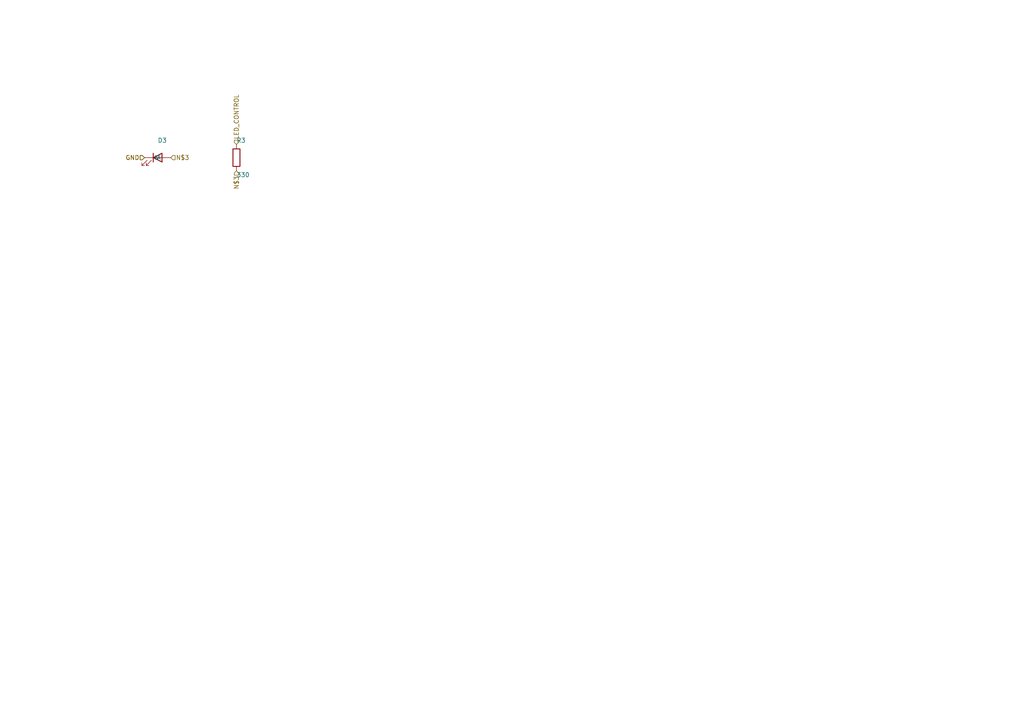
<source format=kicad_sch>
(kicad_sch (version 20250114) (generator "circuit_synth") (generator_version "9.0")
  (paper "A4")
  (lib_symbols
    (symbol "Device:LED" (pin_numbers hide) (pin_names (offset 0.254))
      (property "Reference" "D" (at 0 0 0))
      (property "Value" "LED" (at 0 -2.54 0))
      (symbol "LED_0_1"
        (polyline (pts (xy -3.048 -0.762) (xy -4.572 -2.286) (xy -3.81 -2.286) (xy -4.572 -2.286) (xy -4.572 -1.524)) (stroke (width 0.0)))
        (polyline (pts (xy -1.778 -0.762) (xy -3.302 -2.286) (xy -2.54 -2.286) (xy -3.302 -2.286) (xy -3.302 -1.524)) (stroke (width 0.0)))
        (polyline (pts (xy -1.27 0.0) (xy 1.27 0.0)) (stroke (width 0.0)))
        (polyline (pts (xy -1.27 -1.27) (xy -1.27 1.27)) (stroke (width 0.254)))
        (polyline (pts (xy 1.27 -1.27) (xy 1.27 1.27) (xy -1.27 0.0) (xy 1.27 -1.27)) (stroke (width 0.254)))
      )
      (symbol "LED_1_1"
        (pin passive line (at -3.81 0.0 0.0) (length 2.54) (name K) (number "1"))
        (pin passive line (at 3.81 0.0 180.0) (length 2.54) (name A) (number "2"))
      )
    )
    (symbol "Device:R" (pin_numbers hide) (pin_names (offset 0.254))
      (property "Reference" "R" (at 0 0 0))
      (property "Value" "R" (at 0 -2.54 0))
      (symbol "R_0_1"
        (rectangle (start -1.016 -2.54) (end 1.016 2.54) (stroke (width 0.254)))
      )
      (symbol "R_1_1"
        (pin passive line (at 0.0 3.81 270.0) (length 1.27) (name ~) (number "1"))
        (pin passive line (at 0.0 -3.81 90.0) (length 1.27) (name ~) (number "2"))
      )
    )
  )
  (title_block (title LED_Blinker) (date 2025-08-04) (company Circuit-Synth))
  (symbol (lib_id "Device:LED") (at 45.72 45.72 0) (unit 1)
    (property "Reference" "D3" (at 45.72 40.72 0) (effects (justify left)))
    (property "Footprint" "LED_SMD:LED_0805_2012Metric" (effects (hide yes)))
  )
  (symbol (lib_id "Device:R") (at 68.58 45.72 0) (unit 1)
    (property "Reference" "R3" (at 68.58 40.72 0) (effects (justify left)))
    (property "Value" "330" (at 68.58 50.72 0) (effects (justify left)))
    (property "Footprint" "Resistor_SMD:R_0805_2012Metric" (effects (hide yes)))
  )
  (hierarchical_label GND (shape input) (at 41.91 45.72 180))
  (hierarchical_label GND (shape input) (at 41.91 45.72 180))
  (hierarchical_label N$3 (shape input) (at 49.53 45.72 0))
  (hierarchical_label N$3 (shape input) (at 68.58 49.53 270))
  (hierarchical_label LED_CONTROL (shape input) (at 68.58 41.91 90))
)
</source>
